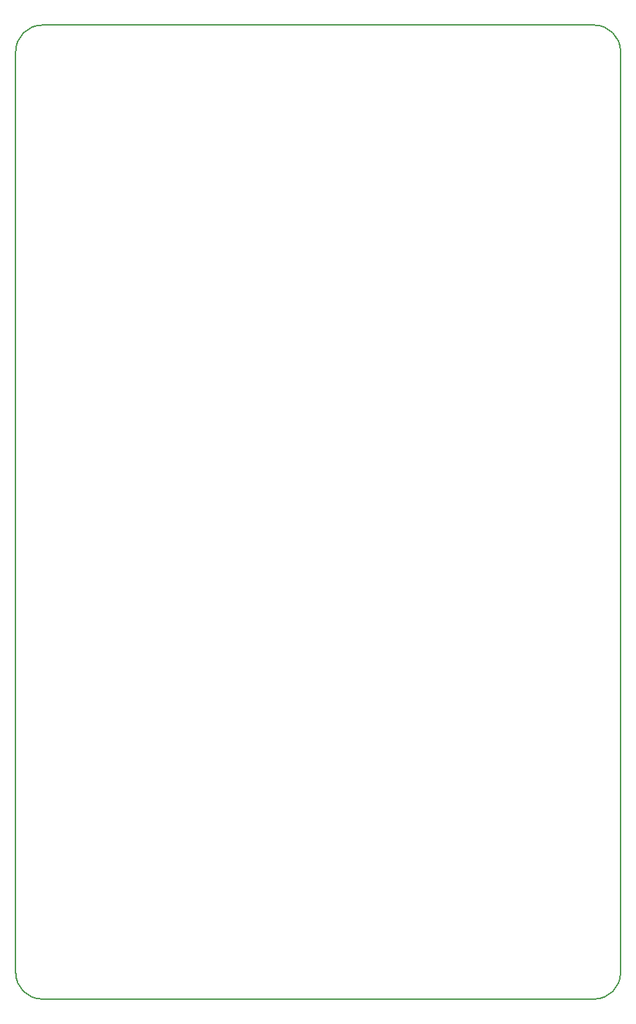
<source format=gm1>
G04 #@! TF.GenerationSoftware,KiCad,Pcbnew,5.1.10-88a1d61d58~90~ubuntu21.04.1*
G04 #@! TF.CreationDate,2021-08-17T12:33:01+02:00*
G04 #@! TF.ProjectId,discipad-bottom-pcb,64697363-6970-4616-942d-626f74746f6d,rev?*
G04 #@! TF.SameCoordinates,Original*
G04 #@! TF.FileFunction,Profile,NP*
%FSLAX46Y46*%
G04 Gerber Fmt 4.6, Leading zero omitted, Abs format (unit mm)*
G04 Created by KiCad (PCBNEW 5.1.10-88a1d61d58~90~ubuntu21.04.1) date 2021-08-17 12:33:01*
%MOMM*%
%LPD*%
G01*
G04 APERTURE LIST*
G04 #@! TA.AperFunction,Profile*
%ADD10C,0.150000*%
G04 #@! TD*
G04 APERTURE END LIST*
D10*
X108977543Y-137901737D02*
G75*
G02*
X105670421Y-134594615I0J3307122D01*
G01*
X181996697Y-134594615D02*
G75*
G02*
X178689575Y-137901737I-3307122J0D01*
G01*
X178689575Y-15101737D02*
G75*
G02*
X181996697Y-18408859I0J-3307122D01*
G01*
X105670421Y-18408859D02*
G75*
G02*
X108977543Y-15101737I3307122J0D01*
G01*
X105670421Y-134594615D02*
X105670421Y-18408859D01*
X108977543Y-15101737D02*
X178689575Y-15101737D01*
X181996697Y-18408859D02*
X181996697Y-134594615D01*
X178689575Y-137901737D02*
X108977543Y-137901737D01*
M02*

</source>
